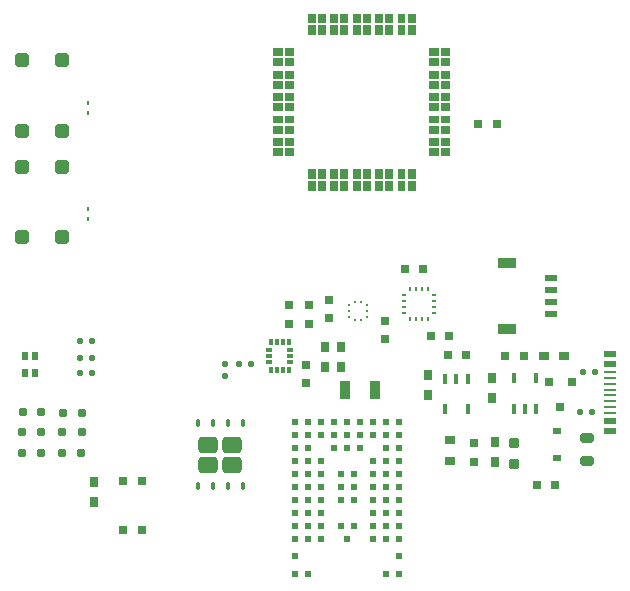
<source format=gbr>
%TF.GenerationSoftware,KiCad,Pcbnew,9.0.0-rc1*%
%TF.CreationDate,2025-02-03T21:42:01-06:00*%
%TF.ProjectId,tempo,74656d70-6f2e-46b6-9963-61645f706362,rev?*%
%TF.SameCoordinates,Original*%
%TF.FileFunction,Paste,Top*%
%TF.FilePolarity,Positive*%
%FSLAX46Y46*%
G04 Gerber Fmt 4.6, Leading zero omitted, Abs format (unit mm)*
G04 Created by KiCad (PCBNEW 9.0.0-rc1) date 2025-02-03 21:42:01*
%MOMM*%
%LPD*%
G01*
G04 APERTURE LIST*
G04 Aperture macros list*
%AMRoundRect*
0 Rectangle with rounded corners*
0 $1 Rounding radius*
0 $2 $3 $4 $5 $6 $7 $8 $9 X,Y pos of 4 corners*
0 Add a 4 corners polygon primitive as box body*
4,1,4,$2,$3,$4,$5,$6,$7,$8,$9,$2,$3,0*
0 Add four circle primitives for the rounded corners*
1,1,$1+$1,$2,$3*
1,1,$1+$1,$4,$5*
1,1,$1+$1,$6,$7*
1,1,$1+$1,$8,$9*
0 Add four rect primitives between the rounded corners*
20,1,$1+$1,$2,$3,$4,$5,0*
20,1,$1+$1,$4,$5,$6,$7,0*
20,1,$1+$1,$6,$7,$8,$9,0*
20,1,$1+$1,$8,$9,$2,$3,0*%
G04 Aperture macros list end*
%ADD10C,0.010000*%
%ADD11RoundRect,0.112000X-0.112000X-0.136000X0.112000X-0.136000X0.112000X0.136000X-0.112000X0.136000X0*%
%ADD12RoundRect,0.180000X0.180000X0.200000X-0.180000X0.200000X-0.180000X-0.200000X0.180000X-0.200000X0*%
%ADD13RoundRect,0.180000X-0.180000X-0.200000X0.180000X-0.200000X0.180000X0.200000X-0.180000X0.200000X0*%
%ADD14RoundRect,0.108000X0.108000X0.148000X-0.108000X0.148000X-0.108000X-0.148000X0.108000X-0.148000X0*%
%ADD15RoundRect,0.160000X0.160000X0.220000X-0.160000X0.220000X-0.160000X-0.220000X0.160000X-0.220000X0*%
%ADD16R,0.440000X0.960000*%
%ADD17RoundRect,0.250000X-0.555000X0.435000X-0.555000X-0.435000X0.555000X-0.435000X0.555000X0.435000X0*%
%ADD18RoundRect,0.100000X-0.100000X0.210000X-0.100000X-0.210000X0.100000X-0.210000X0.100000X0.210000X0*%
%ADD19R,1.080000X0.480000*%
%ADD20R,1.600000X0.960000*%
%ADD21R,0.664000X0.504000*%
%ADD22RoundRect,0.050000X-0.050000X0.094000X-0.050000X-0.094000X0.050000X-0.094000X0.050000X0.094000X0*%
%ADD23RoundRect,0.025830X0.117670X-0.237670X0.117670X0.237670X-0.117670X0.237670X-0.117670X-0.237670X0*%
%ADD24RoundRect,0.025830X0.237670X0.117670X-0.237670X0.117670X-0.237670X-0.117670X0.237670X-0.117670X0*%
%ADD25R,0.800000X0.880000*%
%ADD26RoundRect,0.180000X-0.200000X0.180000X-0.200000X-0.180000X0.200000X-0.180000X0.200000X0.180000X0*%
%ADD27R,0.880000X1.520000*%
%ADD28R,0.480000X0.480000*%
%ADD29RoundRect,0.180000X0.200000X-0.180000X0.200000X0.180000X-0.200000X0.180000X-0.200000X-0.180000X0*%
%ADD30R,1.000000X0.480000*%
%ADD31R,1.000000X0.240000*%
%ADD32RoundRect,0.108000X0.148000X-0.108000X0.148000X0.108000X-0.148000X0.108000X-0.148000X-0.108000X0*%
%ADD33R,0.960000X0.640000*%
%ADD34RoundRect,0.120000X-0.280000X-0.280000X0.280000X-0.280000X0.280000X0.280000X-0.280000X0.280000X0*%
%ADD35RoundRect,0.168000X0.392000X0.432000X-0.392000X0.432000X-0.392000X-0.432000X0.392000X-0.432000X0*%
%ADD36R,0.520000X0.680000*%
%ADD37RoundRect,0.175000X-0.175000X-0.205000X0.175000X-0.205000X0.175000X0.205000X-0.175000X0.205000X0*%
%ADD38R,0.880000X0.800000*%
%ADD39R,0.203200X0.223520*%
%ADD40R,0.223520X0.203200*%
%ADD41R,0.800000X0.720000*%
%ADD42RoundRect,0.195000X0.365000X-0.195000X0.365000X0.195000X-0.365000X0.195000X-0.365000X-0.195000X0*%
%ADD43R,0.640000X0.720000*%
%ADD44R,0.243840X0.365760*%
%ADD45R,0.365760X0.243840*%
G04 APERTURE END LIST*
D10*
%TO.C,U2*%
X149370000Y-74505000D02*
X148650000Y-74505000D01*
X148650000Y-73925000D01*
X149370000Y-73925000D01*
X149370000Y-74505000D01*
G36*
X149370000Y-74505000D02*
G01*
X148650000Y-74505000D01*
X148650000Y-73925000D01*
X149370000Y-73925000D01*
X149370000Y-74505000D01*
G37*
X149370000Y-75355000D02*
X148650000Y-75355000D01*
X148650000Y-74775000D01*
X149370000Y-74775000D01*
X149370000Y-75355000D01*
G36*
X149370000Y-75355000D02*
G01*
X148650000Y-75355000D01*
X148650000Y-74775000D01*
X149370000Y-74775000D01*
X149370000Y-75355000D01*
G37*
X149370000Y-76405000D02*
X148650000Y-76405000D01*
X148650000Y-75825000D01*
X149370000Y-75825000D01*
X149370000Y-76405000D01*
G36*
X149370000Y-76405000D02*
G01*
X148650000Y-76405000D01*
X148650000Y-75825000D01*
X149370000Y-75825000D01*
X149370000Y-76405000D01*
G37*
X149370000Y-77255000D02*
X148650000Y-77255000D01*
X148650000Y-76675000D01*
X149370000Y-76675000D01*
X149370000Y-77255000D01*
G36*
X149370000Y-77255000D02*
G01*
X148650000Y-77255000D01*
X148650000Y-76675000D01*
X149370000Y-76675000D01*
X149370000Y-77255000D01*
G37*
X149370000Y-78305000D02*
X148650000Y-78305000D01*
X148650000Y-77725000D01*
X149370000Y-77725000D01*
X149370000Y-78305000D01*
G36*
X149370000Y-78305000D02*
G01*
X148650000Y-78305000D01*
X148650000Y-77725000D01*
X149370000Y-77725000D01*
X149370000Y-78305000D01*
G37*
X149370000Y-79155000D02*
X148650000Y-79155000D01*
X148650000Y-78575000D01*
X149370000Y-78575000D01*
X149370000Y-79155000D01*
G36*
X149370000Y-79155000D02*
G01*
X148650000Y-79155000D01*
X148650000Y-78575000D01*
X149370000Y-78575000D01*
X149370000Y-79155000D01*
G37*
X149370000Y-80205000D02*
X148650000Y-80205000D01*
X148650000Y-79625000D01*
X149370000Y-79625000D01*
X149370000Y-80205000D01*
G36*
X149370000Y-80205000D02*
G01*
X148650000Y-80205000D01*
X148650000Y-79625000D01*
X149370000Y-79625000D01*
X149370000Y-80205000D01*
G37*
X149370000Y-81055000D02*
X148650000Y-81055000D01*
X148650000Y-80475000D01*
X149370000Y-80475000D01*
X149370000Y-81055000D01*
G36*
X149370000Y-81055000D02*
G01*
X148650000Y-81055000D01*
X148650000Y-80475000D01*
X149370000Y-80475000D01*
X149370000Y-81055000D01*
G37*
X149370000Y-82105000D02*
X148650000Y-82105000D01*
X148650000Y-81525000D01*
X149370000Y-81525000D01*
X149370000Y-82105000D01*
G36*
X149370000Y-82105000D02*
G01*
X148650000Y-82105000D01*
X148650000Y-81525000D01*
X149370000Y-81525000D01*
X149370000Y-82105000D01*
G37*
X149370000Y-82955000D02*
X148650000Y-82955000D01*
X148650000Y-82375000D01*
X149370000Y-82375000D01*
X149370000Y-82955000D01*
G36*
X149370000Y-82955000D02*
G01*
X148650000Y-82955000D01*
X148650000Y-82375000D01*
X149370000Y-82375000D01*
X149370000Y-82955000D01*
G37*
X150370000Y-74505000D02*
X149650000Y-74505000D01*
X149650000Y-73925000D01*
X150370000Y-73925000D01*
X150370000Y-74505000D01*
G36*
X150370000Y-74505000D02*
G01*
X149650000Y-74505000D01*
X149650000Y-73925000D01*
X150370000Y-73925000D01*
X150370000Y-74505000D01*
G37*
X150370000Y-75355000D02*
X149650000Y-75355000D01*
X149650000Y-74775000D01*
X150370000Y-74775000D01*
X150370000Y-75355000D01*
G36*
X150370000Y-75355000D02*
G01*
X149650000Y-75355000D01*
X149650000Y-74775000D01*
X150370000Y-74775000D01*
X150370000Y-75355000D01*
G37*
X150370000Y-76405000D02*
X149650000Y-76405000D01*
X149650000Y-75825000D01*
X150370000Y-75825000D01*
X150370000Y-76405000D01*
G36*
X150370000Y-76405000D02*
G01*
X149650000Y-76405000D01*
X149650000Y-75825000D01*
X150370000Y-75825000D01*
X150370000Y-76405000D01*
G37*
X150370000Y-77255000D02*
X149650000Y-77255000D01*
X149650000Y-76675000D01*
X150370000Y-76675000D01*
X150370000Y-77255000D01*
G36*
X150370000Y-77255000D02*
G01*
X149650000Y-77255000D01*
X149650000Y-76675000D01*
X150370000Y-76675000D01*
X150370000Y-77255000D01*
G37*
X150370000Y-78305000D02*
X149650000Y-78305000D01*
X149650000Y-77725000D01*
X150370000Y-77725000D01*
X150370000Y-78305000D01*
G36*
X150370000Y-78305000D02*
G01*
X149650000Y-78305000D01*
X149650000Y-77725000D01*
X150370000Y-77725000D01*
X150370000Y-78305000D01*
G37*
X150370000Y-79155000D02*
X149650000Y-79155000D01*
X149650000Y-78575000D01*
X150370000Y-78575000D01*
X150370000Y-79155000D01*
G36*
X150370000Y-79155000D02*
G01*
X149650000Y-79155000D01*
X149650000Y-78575000D01*
X150370000Y-78575000D01*
X150370000Y-79155000D01*
G37*
X150370000Y-80205000D02*
X149650000Y-80205000D01*
X149650000Y-79625000D01*
X150370000Y-79625000D01*
X150370000Y-80205000D01*
G36*
X150370000Y-80205000D02*
G01*
X149650000Y-80205000D01*
X149650000Y-79625000D01*
X150370000Y-79625000D01*
X150370000Y-80205000D01*
G37*
X150370000Y-81055000D02*
X149650000Y-81055000D01*
X149650000Y-80475000D01*
X150370000Y-80475000D01*
X150370000Y-81055000D01*
G36*
X150370000Y-81055000D02*
G01*
X149650000Y-81055000D01*
X149650000Y-80475000D01*
X150370000Y-80475000D01*
X150370000Y-81055000D01*
G37*
X150370000Y-82105000D02*
X149650000Y-82105000D01*
X149650000Y-81525000D01*
X150370000Y-81525000D01*
X150370000Y-82105000D01*
G36*
X150370000Y-82105000D02*
G01*
X149650000Y-82105000D01*
X149650000Y-81525000D01*
X150370000Y-81525000D01*
X150370000Y-82105000D01*
G37*
X150370000Y-82955000D02*
X149650000Y-82955000D01*
X149650000Y-82375000D01*
X150370000Y-82375000D01*
X150370000Y-82955000D01*
G36*
X150370000Y-82955000D02*
G01*
X149650000Y-82955000D01*
X149650000Y-82375000D01*
X150370000Y-82375000D01*
X150370000Y-82955000D01*
G37*
X152175000Y-71700000D02*
X151595000Y-71700000D01*
X151595000Y-70980000D01*
X152175000Y-70980000D01*
X152175000Y-71700000D01*
G36*
X152175000Y-71700000D02*
G01*
X151595000Y-71700000D01*
X151595000Y-70980000D01*
X152175000Y-70980000D01*
X152175000Y-71700000D01*
G37*
X152175000Y-72700000D02*
X151595000Y-72700000D01*
X151595000Y-71980000D01*
X152175000Y-71980000D01*
X152175000Y-72700000D01*
G36*
X152175000Y-72700000D02*
G01*
X151595000Y-72700000D01*
X151595000Y-71980000D01*
X152175000Y-71980000D01*
X152175000Y-72700000D01*
G37*
X152175000Y-84900000D02*
X151595000Y-84900000D01*
X151595000Y-84180000D01*
X152175000Y-84180000D01*
X152175000Y-84900000D01*
G36*
X152175000Y-84900000D02*
G01*
X151595000Y-84900000D01*
X151595000Y-84180000D01*
X152175000Y-84180000D01*
X152175000Y-84900000D01*
G37*
X152175000Y-85900000D02*
X151595000Y-85900000D01*
X151595000Y-85180000D01*
X152175000Y-85180000D01*
X152175000Y-85900000D01*
G36*
X152175000Y-85900000D02*
G01*
X151595000Y-85900000D01*
X151595000Y-85180000D01*
X152175000Y-85180000D01*
X152175000Y-85900000D01*
G37*
X153025000Y-71700000D02*
X152445000Y-71700000D01*
X152445000Y-70980000D01*
X153025000Y-70980000D01*
X153025000Y-71700000D01*
G36*
X153025000Y-71700000D02*
G01*
X152445000Y-71700000D01*
X152445000Y-70980000D01*
X153025000Y-70980000D01*
X153025000Y-71700000D01*
G37*
X153025000Y-72700000D02*
X152445000Y-72700000D01*
X152445000Y-71980000D01*
X153025000Y-71980000D01*
X153025000Y-72700000D01*
G36*
X153025000Y-72700000D02*
G01*
X152445000Y-72700000D01*
X152445000Y-71980000D01*
X153025000Y-71980000D01*
X153025000Y-72700000D01*
G37*
X153025000Y-84900000D02*
X152445000Y-84900000D01*
X152445000Y-84180000D01*
X153025000Y-84180000D01*
X153025000Y-84900000D01*
G36*
X153025000Y-84900000D02*
G01*
X152445000Y-84900000D01*
X152445000Y-84180000D01*
X153025000Y-84180000D01*
X153025000Y-84900000D01*
G37*
X153025000Y-85900000D02*
X152445000Y-85900000D01*
X152445000Y-85180000D01*
X153025000Y-85180000D01*
X153025000Y-85900000D01*
G36*
X153025000Y-85900000D02*
G01*
X152445000Y-85900000D01*
X152445000Y-85180000D01*
X153025000Y-85180000D01*
X153025000Y-85900000D01*
G37*
X154075000Y-71700000D02*
X153495000Y-71700000D01*
X153495000Y-70980000D01*
X154075000Y-70980000D01*
X154075000Y-71700000D01*
G36*
X154075000Y-71700000D02*
G01*
X153495000Y-71700000D01*
X153495000Y-70980000D01*
X154075000Y-70980000D01*
X154075000Y-71700000D01*
G37*
X154075000Y-72700000D02*
X153495000Y-72700000D01*
X153495000Y-71980000D01*
X154075000Y-71980000D01*
X154075000Y-72700000D01*
G36*
X154075000Y-72700000D02*
G01*
X153495000Y-72700000D01*
X153495000Y-71980000D01*
X154075000Y-71980000D01*
X154075000Y-72700000D01*
G37*
X154075000Y-84900000D02*
X153495000Y-84900000D01*
X153495000Y-84180000D01*
X154075000Y-84180000D01*
X154075000Y-84900000D01*
G36*
X154075000Y-84900000D02*
G01*
X153495000Y-84900000D01*
X153495000Y-84180000D01*
X154075000Y-84180000D01*
X154075000Y-84900000D01*
G37*
X154075000Y-85900000D02*
X153495000Y-85900000D01*
X153495000Y-85180000D01*
X154075000Y-85180000D01*
X154075000Y-85900000D01*
G36*
X154075000Y-85900000D02*
G01*
X153495000Y-85900000D01*
X153495000Y-85180000D01*
X154075000Y-85180000D01*
X154075000Y-85900000D01*
G37*
X154925000Y-71700000D02*
X154345000Y-71700000D01*
X154345000Y-70980000D01*
X154925000Y-70980000D01*
X154925000Y-71700000D01*
G36*
X154925000Y-71700000D02*
G01*
X154345000Y-71700000D01*
X154345000Y-70980000D01*
X154925000Y-70980000D01*
X154925000Y-71700000D01*
G37*
X154925000Y-72700000D02*
X154345000Y-72700000D01*
X154345000Y-71980000D01*
X154925000Y-71980000D01*
X154925000Y-72700000D01*
G36*
X154925000Y-72700000D02*
G01*
X154345000Y-72700000D01*
X154345000Y-71980000D01*
X154925000Y-71980000D01*
X154925000Y-72700000D01*
G37*
X154925000Y-84900000D02*
X154345000Y-84900000D01*
X154345000Y-84180000D01*
X154925000Y-84180000D01*
X154925000Y-84900000D01*
G36*
X154925000Y-84900000D02*
G01*
X154345000Y-84900000D01*
X154345000Y-84180000D01*
X154925000Y-84180000D01*
X154925000Y-84900000D01*
G37*
X154925000Y-85900000D02*
X154345000Y-85900000D01*
X154345000Y-85180000D01*
X154925000Y-85180000D01*
X154925000Y-85900000D01*
G36*
X154925000Y-85900000D02*
G01*
X154345000Y-85900000D01*
X154345000Y-85180000D01*
X154925000Y-85180000D01*
X154925000Y-85900000D01*
G37*
X155975000Y-71700000D02*
X155395000Y-71700000D01*
X155395000Y-70980000D01*
X155975000Y-70980000D01*
X155975000Y-71700000D01*
G36*
X155975000Y-71700000D02*
G01*
X155395000Y-71700000D01*
X155395000Y-70980000D01*
X155975000Y-70980000D01*
X155975000Y-71700000D01*
G37*
X155975000Y-72700000D02*
X155395000Y-72700000D01*
X155395000Y-71980000D01*
X155975000Y-71980000D01*
X155975000Y-72700000D01*
G36*
X155975000Y-72700000D02*
G01*
X155395000Y-72700000D01*
X155395000Y-71980000D01*
X155975000Y-71980000D01*
X155975000Y-72700000D01*
G37*
X155975000Y-84900000D02*
X155395000Y-84900000D01*
X155395000Y-84180000D01*
X155975000Y-84180000D01*
X155975000Y-84900000D01*
G36*
X155975000Y-84900000D02*
G01*
X155395000Y-84900000D01*
X155395000Y-84180000D01*
X155975000Y-84180000D01*
X155975000Y-84900000D01*
G37*
X155975000Y-85900000D02*
X155395000Y-85900000D01*
X155395000Y-85180000D01*
X155975000Y-85180000D01*
X155975000Y-85900000D01*
G36*
X155975000Y-85900000D02*
G01*
X155395000Y-85900000D01*
X155395000Y-85180000D01*
X155975000Y-85180000D01*
X155975000Y-85900000D01*
G37*
X156825000Y-71700000D02*
X156245000Y-71700000D01*
X156245000Y-70980000D01*
X156825000Y-70980000D01*
X156825000Y-71700000D01*
G36*
X156825000Y-71700000D02*
G01*
X156245000Y-71700000D01*
X156245000Y-70980000D01*
X156825000Y-70980000D01*
X156825000Y-71700000D01*
G37*
X156825000Y-72700000D02*
X156245000Y-72700000D01*
X156245000Y-71980000D01*
X156825000Y-71980000D01*
X156825000Y-72700000D01*
G36*
X156825000Y-72700000D02*
G01*
X156245000Y-72700000D01*
X156245000Y-71980000D01*
X156825000Y-71980000D01*
X156825000Y-72700000D01*
G37*
X156825000Y-84900000D02*
X156245000Y-84900000D01*
X156245000Y-84180000D01*
X156825000Y-84180000D01*
X156825000Y-84900000D01*
G36*
X156825000Y-84900000D02*
G01*
X156245000Y-84900000D01*
X156245000Y-84180000D01*
X156825000Y-84180000D01*
X156825000Y-84900000D01*
G37*
X156825000Y-85900000D02*
X156245000Y-85900000D01*
X156245000Y-85180000D01*
X156825000Y-85180000D01*
X156825000Y-85900000D01*
G36*
X156825000Y-85900000D02*
G01*
X156245000Y-85900000D01*
X156245000Y-85180000D01*
X156825000Y-85180000D01*
X156825000Y-85900000D01*
G37*
X157875000Y-71700000D02*
X157295000Y-71700000D01*
X157295000Y-70980000D01*
X157875000Y-70980000D01*
X157875000Y-71700000D01*
G36*
X157875000Y-71700000D02*
G01*
X157295000Y-71700000D01*
X157295000Y-70980000D01*
X157875000Y-70980000D01*
X157875000Y-71700000D01*
G37*
X157875000Y-72700000D02*
X157295000Y-72700000D01*
X157295000Y-71980000D01*
X157875000Y-71980000D01*
X157875000Y-72700000D01*
G36*
X157875000Y-72700000D02*
G01*
X157295000Y-72700000D01*
X157295000Y-71980000D01*
X157875000Y-71980000D01*
X157875000Y-72700000D01*
G37*
X157875000Y-84900000D02*
X157295000Y-84900000D01*
X157295000Y-84180000D01*
X157875000Y-84180000D01*
X157875000Y-84900000D01*
G36*
X157875000Y-84900000D02*
G01*
X157295000Y-84900000D01*
X157295000Y-84180000D01*
X157875000Y-84180000D01*
X157875000Y-84900000D01*
G37*
X157875000Y-85900000D02*
X157295000Y-85900000D01*
X157295000Y-85180000D01*
X157875000Y-85180000D01*
X157875000Y-85900000D01*
G36*
X157875000Y-85900000D02*
G01*
X157295000Y-85900000D01*
X157295000Y-85180000D01*
X157875000Y-85180000D01*
X157875000Y-85900000D01*
G37*
X158725000Y-71700000D02*
X158145000Y-71700000D01*
X158145000Y-70980000D01*
X158725000Y-70980000D01*
X158725000Y-71700000D01*
G36*
X158725000Y-71700000D02*
G01*
X158145000Y-71700000D01*
X158145000Y-70980000D01*
X158725000Y-70980000D01*
X158725000Y-71700000D01*
G37*
X158725000Y-72700000D02*
X158145000Y-72700000D01*
X158145000Y-71980000D01*
X158725000Y-71980000D01*
X158725000Y-72700000D01*
G36*
X158725000Y-72700000D02*
G01*
X158145000Y-72700000D01*
X158145000Y-71980000D01*
X158725000Y-71980000D01*
X158725000Y-72700000D01*
G37*
X158725000Y-84900000D02*
X158145000Y-84900000D01*
X158145000Y-84180000D01*
X158725000Y-84180000D01*
X158725000Y-84900000D01*
G36*
X158725000Y-84900000D02*
G01*
X158145000Y-84900000D01*
X158145000Y-84180000D01*
X158725000Y-84180000D01*
X158725000Y-84900000D01*
G37*
X158725000Y-85900000D02*
X158145000Y-85900000D01*
X158145000Y-85180000D01*
X158725000Y-85180000D01*
X158725000Y-85900000D01*
G36*
X158725000Y-85900000D02*
G01*
X158145000Y-85900000D01*
X158145000Y-85180000D01*
X158725000Y-85180000D01*
X158725000Y-85900000D01*
G37*
X159775000Y-71700000D02*
X159195000Y-71700000D01*
X159195000Y-70980000D01*
X159775000Y-70980000D01*
X159775000Y-71700000D01*
G36*
X159775000Y-71700000D02*
G01*
X159195000Y-71700000D01*
X159195000Y-70980000D01*
X159775000Y-70980000D01*
X159775000Y-71700000D01*
G37*
X159775000Y-72700000D02*
X159195000Y-72700000D01*
X159195000Y-71980000D01*
X159775000Y-71980000D01*
X159775000Y-72700000D01*
G36*
X159775000Y-72700000D02*
G01*
X159195000Y-72700000D01*
X159195000Y-71980000D01*
X159775000Y-71980000D01*
X159775000Y-72700000D01*
G37*
X159775000Y-84900000D02*
X159195000Y-84900000D01*
X159195000Y-84180000D01*
X159775000Y-84180000D01*
X159775000Y-84900000D01*
G36*
X159775000Y-84900000D02*
G01*
X159195000Y-84900000D01*
X159195000Y-84180000D01*
X159775000Y-84180000D01*
X159775000Y-84900000D01*
G37*
X159775000Y-85900000D02*
X159195000Y-85900000D01*
X159195000Y-85180000D01*
X159775000Y-85180000D01*
X159775000Y-85900000D01*
G36*
X159775000Y-85900000D02*
G01*
X159195000Y-85900000D01*
X159195000Y-85180000D01*
X159775000Y-85180000D01*
X159775000Y-85900000D01*
G37*
X160625000Y-71700000D02*
X160045000Y-71700000D01*
X160045000Y-70980000D01*
X160625000Y-70980000D01*
X160625000Y-71700000D01*
G36*
X160625000Y-71700000D02*
G01*
X160045000Y-71700000D01*
X160045000Y-70980000D01*
X160625000Y-70980000D01*
X160625000Y-71700000D01*
G37*
X160625000Y-72700000D02*
X160045000Y-72700000D01*
X160045000Y-71980000D01*
X160625000Y-71980000D01*
X160625000Y-72700000D01*
G36*
X160625000Y-72700000D02*
G01*
X160045000Y-72700000D01*
X160045000Y-71980000D01*
X160625000Y-71980000D01*
X160625000Y-72700000D01*
G37*
X160625000Y-84900000D02*
X160045000Y-84900000D01*
X160045000Y-84180000D01*
X160625000Y-84180000D01*
X160625000Y-84900000D01*
G36*
X160625000Y-84900000D02*
G01*
X160045000Y-84900000D01*
X160045000Y-84180000D01*
X160625000Y-84180000D01*
X160625000Y-84900000D01*
G37*
X160625000Y-85900000D02*
X160045000Y-85900000D01*
X160045000Y-85180000D01*
X160625000Y-85180000D01*
X160625000Y-85900000D01*
G36*
X160625000Y-85900000D02*
G01*
X160045000Y-85900000D01*
X160045000Y-85180000D01*
X160625000Y-85180000D01*
X160625000Y-85900000D01*
G37*
X162570000Y-74505000D02*
X161850000Y-74505000D01*
X161850000Y-73925000D01*
X162570000Y-73925000D01*
X162570000Y-74505000D01*
G36*
X162570000Y-74505000D02*
G01*
X161850000Y-74505000D01*
X161850000Y-73925000D01*
X162570000Y-73925000D01*
X162570000Y-74505000D01*
G37*
X162570000Y-75355000D02*
X161850000Y-75355000D01*
X161850000Y-74775000D01*
X162570000Y-74775000D01*
X162570000Y-75355000D01*
G36*
X162570000Y-75355000D02*
G01*
X161850000Y-75355000D01*
X161850000Y-74775000D01*
X162570000Y-74775000D01*
X162570000Y-75355000D01*
G37*
X162570000Y-76405000D02*
X161850000Y-76405000D01*
X161850000Y-75825000D01*
X162570000Y-75825000D01*
X162570000Y-76405000D01*
G36*
X162570000Y-76405000D02*
G01*
X161850000Y-76405000D01*
X161850000Y-75825000D01*
X162570000Y-75825000D01*
X162570000Y-76405000D01*
G37*
X162570000Y-77255000D02*
X161850000Y-77255000D01*
X161850000Y-76675000D01*
X162570000Y-76675000D01*
X162570000Y-77255000D01*
G36*
X162570000Y-77255000D02*
G01*
X161850000Y-77255000D01*
X161850000Y-76675000D01*
X162570000Y-76675000D01*
X162570000Y-77255000D01*
G37*
X162570000Y-78305000D02*
X161850000Y-78305000D01*
X161850000Y-77725000D01*
X162570000Y-77725000D01*
X162570000Y-78305000D01*
G36*
X162570000Y-78305000D02*
G01*
X161850000Y-78305000D01*
X161850000Y-77725000D01*
X162570000Y-77725000D01*
X162570000Y-78305000D01*
G37*
X162570000Y-79155000D02*
X161850000Y-79155000D01*
X161850000Y-78575000D01*
X162570000Y-78575000D01*
X162570000Y-79155000D01*
G36*
X162570000Y-79155000D02*
G01*
X161850000Y-79155000D01*
X161850000Y-78575000D01*
X162570000Y-78575000D01*
X162570000Y-79155000D01*
G37*
X162570000Y-80205000D02*
X161850000Y-80205000D01*
X161850000Y-79625000D01*
X162570000Y-79625000D01*
X162570000Y-80205000D01*
G36*
X162570000Y-80205000D02*
G01*
X161850000Y-80205000D01*
X161850000Y-79625000D01*
X162570000Y-79625000D01*
X162570000Y-80205000D01*
G37*
X162570000Y-81055000D02*
X161850000Y-81055000D01*
X161850000Y-80475000D01*
X162570000Y-80475000D01*
X162570000Y-81055000D01*
G36*
X162570000Y-81055000D02*
G01*
X161850000Y-81055000D01*
X161850000Y-80475000D01*
X162570000Y-80475000D01*
X162570000Y-81055000D01*
G37*
X162570000Y-82105000D02*
X161850000Y-82105000D01*
X161850000Y-81525000D01*
X162570000Y-81525000D01*
X162570000Y-82105000D01*
G36*
X162570000Y-82105000D02*
G01*
X161850000Y-82105000D01*
X161850000Y-81525000D01*
X162570000Y-81525000D01*
X162570000Y-82105000D01*
G37*
X162570000Y-82955000D02*
X161850000Y-82955000D01*
X161850000Y-82375000D01*
X162570000Y-82375000D01*
X162570000Y-82955000D01*
G36*
X162570000Y-82955000D02*
G01*
X161850000Y-82955000D01*
X161850000Y-82375000D01*
X162570000Y-82375000D01*
X162570000Y-82955000D01*
G37*
X163570000Y-74505000D02*
X162850000Y-74505000D01*
X162850000Y-73925000D01*
X163570000Y-73925000D01*
X163570000Y-74505000D01*
G36*
X163570000Y-74505000D02*
G01*
X162850000Y-74505000D01*
X162850000Y-73925000D01*
X163570000Y-73925000D01*
X163570000Y-74505000D01*
G37*
X163570000Y-75355000D02*
X162850000Y-75355000D01*
X162850000Y-74775000D01*
X163570000Y-74775000D01*
X163570000Y-75355000D01*
G36*
X163570000Y-75355000D02*
G01*
X162850000Y-75355000D01*
X162850000Y-74775000D01*
X163570000Y-74775000D01*
X163570000Y-75355000D01*
G37*
X163570000Y-76405000D02*
X162850000Y-76405000D01*
X162850000Y-75825000D01*
X163570000Y-75825000D01*
X163570000Y-76405000D01*
G36*
X163570000Y-76405000D02*
G01*
X162850000Y-76405000D01*
X162850000Y-75825000D01*
X163570000Y-75825000D01*
X163570000Y-76405000D01*
G37*
X163570000Y-77255000D02*
X162850000Y-77255000D01*
X162850000Y-76675000D01*
X163570000Y-76675000D01*
X163570000Y-77255000D01*
G36*
X163570000Y-77255000D02*
G01*
X162850000Y-77255000D01*
X162850000Y-76675000D01*
X163570000Y-76675000D01*
X163570000Y-77255000D01*
G37*
X163570000Y-78305000D02*
X162850000Y-78305000D01*
X162850000Y-77725000D01*
X163570000Y-77725000D01*
X163570000Y-78305000D01*
G36*
X163570000Y-78305000D02*
G01*
X162850000Y-78305000D01*
X162850000Y-77725000D01*
X163570000Y-77725000D01*
X163570000Y-78305000D01*
G37*
X163570000Y-79155000D02*
X162850000Y-79155000D01*
X162850000Y-78575000D01*
X163570000Y-78575000D01*
X163570000Y-79155000D01*
G36*
X163570000Y-79155000D02*
G01*
X162850000Y-79155000D01*
X162850000Y-78575000D01*
X163570000Y-78575000D01*
X163570000Y-79155000D01*
G37*
X163570000Y-80205000D02*
X162850000Y-80205000D01*
X162850000Y-79625000D01*
X163570000Y-79625000D01*
X163570000Y-80205000D01*
G36*
X163570000Y-80205000D02*
G01*
X162850000Y-80205000D01*
X162850000Y-79625000D01*
X163570000Y-79625000D01*
X163570000Y-80205000D01*
G37*
X163570000Y-81055000D02*
X162850000Y-81055000D01*
X162850000Y-80475000D01*
X163570000Y-80475000D01*
X163570000Y-81055000D01*
G36*
X163570000Y-81055000D02*
G01*
X162850000Y-81055000D01*
X162850000Y-80475000D01*
X163570000Y-80475000D01*
X163570000Y-81055000D01*
G37*
X163570000Y-82105000D02*
X162850000Y-82105000D01*
X162850000Y-81525000D01*
X163570000Y-81525000D01*
X163570000Y-82105000D01*
G36*
X163570000Y-82105000D02*
G01*
X162850000Y-82105000D01*
X162850000Y-81525000D01*
X163570000Y-81525000D01*
X163570000Y-82105000D01*
G37*
X163570000Y-82955000D02*
X162850000Y-82955000D01*
X162850000Y-82375000D01*
X163570000Y-82375000D01*
X163570000Y-82955000D01*
G36*
X163570000Y-82955000D02*
G01*
X162850000Y-82955000D01*
X162850000Y-82375000D01*
X163570000Y-82375000D01*
X163570000Y-82955000D01*
G37*
%TD*%
D11*
%TO.C,C9*%
X145780000Y-100640000D03*
X146740000Y-100640000D03*
%TD*%
D12*
%TO.C,C8*%
X161335000Y-92639999D03*
X159785000Y-92639999D03*
%TD*%
D13*
%TO.C,C15*%
X170980000Y-110940000D03*
X172530000Y-110940000D03*
%TD*%
D12*
%TO.C,C10*%
X164970000Y-99880000D03*
X163420000Y-99880000D03*
%TD*%
D14*
%TO.C,R2*%
X175870000Y-101340000D03*
X174850000Y-101340000D03*
%TD*%
D15*
%TO.C,R9*%
X132460000Y-106440000D03*
X130810000Y-106440000D03*
%TD*%
D16*
%TO.C,U6*%
X165120000Y-101904900D03*
X164170000Y-101904900D03*
X163220000Y-101904900D03*
X163220000Y-104505100D03*
X165120000Y-104505100D03*
%TD*%
D15*
%TO.C,R5*%
X132510000Y-104780000D03*
X130860000Y-104780000D03*
%TD*%
D17*
%TO.C,U5*%
X145172500Y-107490000D03*
X143172500Y-107490000D03*
X145172500Y-109190000D03*
X143172500Y-109190000D03*
D18*
X146077500Y-105677500D03*
X144807500Y-105677500D03*
X143537500Y-105677500D03*
X142267500Y-105677500D03*
X142267500Y-111002500D03*
X143537500Y-111002500D03*
X144807500Y-111002500D03*
X146077500Y-111002500D03*
%TD*%
D19*
%TO.C,J4*%
X172160000Y-93390000D03*
X172160000Y-94390000D03*
X172160000Y-95390000D03*
X172160000Y-96390000D03*
D20*
X168485000Y-97690000D03*
X168485000Y-92090000D03*
%TD*%
D21*
%TO.C,D5*%
X172670000Y-108630000D03*
X172670000Y-106330000D03*
%TD*%
D13*
%TO.C,C2*%
X166035000Y-80340000D03*
X167585000Y-80340000D03*
%TD*%
D22*
%TO.C,D2*%
X132960000Y-79410000D03*
X132960000Y-78570000D03*
%TD*%
D23*
%TO.C,U4*%
X148460000Y-101155000D03*
X148960000Y-101155000D03*
X149460000Y-101155000D03*
X149960000Y-101155000D03*
D24*
X148290000Y-100490000D03*
X150120000Y-100490000D03*
X148290000Y-99990000D03*
X150120000Y-99990000D03*
X148290000Y-99490000D03*
X150120000Y-99490000D03*
D23*
X148460000Y-98830000D03*
X148960000Y-98830000D03*
X149460000Y-98830000D03*
X149960000Y-98830000D03*
%TD*%
D25*
%TO.C,R13*%
X161745000Y-103280000D03*
X161745000Y-101580000D03*
%TD*%
%TO.C,R15*%
X167420000Y-107280000D03*
X167420000Y-108980000D03*
%TD*%
D26*
%TO.C,C11*%
X165670000Y-107380000D03*
X165670000Y-108930000D03*
%TD*%
D27*
%TO.C,Y1*%
X154760000Y-102840000D03*
X157260000Y-102840000D03*
%TD*%
D25*
%TO.C,R4*%
X154410000Y-100940000D03*
X154410000Y-99240000D03*
%TD*%
D14*
%TO.C,R8*%
X133305000Y-101430000D03*
X132285000Y-101430000D03*
%TD*%
D28*
%TO.C,U7*%
X150510000Y-105540000D03*
X151610000Y-105540000D03*
X152710000Y-105540000D03*
X153810000Y-105540000D03*
X154910000Y-105540000D03*
X156010000Y-105540000D03*
X157110000Y-105540000D03*
X158210000Y-105540000D03*
X159310000Y-105540000D03*
X150510000Y-106640000D03*
X151610000Y-106640000D03*
X152710000Y-106640000D03*
X153810000Y-106640000D03*
X154910000Y-106640000D03*
X156010000Y-106640000D03*
X157110000Y-106640000D03*
X158210000Y-106640000D03*
X159310000Y-106640000D03*
X150510000Y-107740000D03*
X151610000Y-107740000D03*
X153810000Y-107740000D03*
X154910000Y-107740000D03*
X156010000Y-107740000D03*
X158210000Y-107740000D03*
X159310000Y-107740000D03*
X150510000Y-108840000D03*
X151610000Y-108840000D03*
X152710000Y-108840000D03*
X157110000Y-108840000D03*
X158210000Y-108840000D03*
X159310000Y-108840000D03*
X150510000Y-109940000D03*
X151610000Y-109940000D03*
X152710000Y-109940000D03*
X154360000Y-109940000D03*
X155460000Y-109940000D03*
X157110000Y-109940000D03*
X158210000Y-109940000D03*
X159310000Y-109940000D03*
X150510000Y-111040000D03*
X151610000Y-111040000D03*
X152710000Y-111040000D03*
X154360000Y-111040000D03*
X155460000Y-111040000D03*
X157110000Y-111040000D03*
X158210000Y-111040000D03*
X159310000Y-111040000D03*
X150510000Y-112140000D03*
X151610000Y-112140000D03*
X152710000Y-112140000D03*
X154360000Y-112140000D03*
X155460000Y-112140000D03*
X157110000Y-112140000D03*
X158210000Y-112140000D03*
X159310000Y-112140000D03*
X150510000Y-113240000D03*
X151610000Y-113240000D03*
X152710000Y-113240000D03*
X157110000Y-113240000D03*
X158210000Y-113240000D03*
X159310000Y-113240000D03*
X150510000Y-114340000D03*
X151610000Y-114340000D03*
X152710000Y-114340000D03*
X154360000Y-114340000D03*
X155460000Y-114340000D03*
X157110000Y-114340000D03*
X158210000Y-114340000D03*
X159310000Y-114340000D03*
X150510000Y-115440000D03*
X151610000Y-115440000D03*
X152710000Y-115440000D03*
X154910000Y-115440000D03*
X157110000Y-115440000D03*
X158210000Y-115440000D03*
X159310000Y-115440000D03*
X150510000Y-116940000D03*
X159310000Y-116940000D03*
X150510000Y-118440000D03*
X151610000Y-118440000D03*
X158210000Y-118440000D03*
X159310000Y-118440000D03*
%TD*%
D25*
%TO.C,R14*%
X133460000Y-112340000D03*
X133460000Y-110640000D03*
%TD*%
D29*
%TO.C,C3*%
X153409300Y-96765126D03*
X153409300Y-95215126D03*
%TD*%
%TO.C,C7*%
X151710000Y-97230000D03*
X151710000Y-95680000D03*
%TD*%
D13*
%TO.C,C4*%
X161990000Y-98289999D03*
X163540000Y-98289999D03*
%TD*%
D30*
%TO.C,J2*%
X177155000Y-106315000D03*
X177155000Y-105515000D03*
D31*
X177155000Y-104315000D03*
X177155000Y-103315000D03*
X177155000Y-102815000D03*
X177155000Y-101815000D03*
D30*
X177155000Y-100615000D03*
X177155000Y-99815000D03*
X177155000Y-99815000D03*
X177155000Y-100615000D03*
D31*
X177155000Y-101315000D03*
X177155000Y-102315000D03*
X177155000Y-103815000D03*
X177155000Y-104815000D03*
D30*
X177155000Y-105515000D03*
X177155000Y-106315000D03*
%TD*%
D25*
%TO.C,R16*%
X167145000Y-101805000D03*
X167145000Y-103505000D03*
%TD*%
D32*
%TO.C,R12*%
X144540000Y-101640000D03*
X144540000Y-100620000D03*
%TD*%
D33*
%TO.C,C13*%
X163610000Y-107090000D03*
X163610000Y-108890000D03*
%TD*%
D34*
%TO.C,LED4*%
X169020000Y-109132000D03*
X169020000Y-107378000D03*
%TD*%
D35*
%TO.C,SW3*%
X130760000Y-80890000D03*
X127360000Y-80890000D03*
X130760000Y-74890000D03*
X127360000Y-74890000D03*
%TD*%
D26*
%TO.C,C6*%
X151460000Y-100715000D03*
X151460000Y-102265000D03*
%TD*%
D22*
%TO.C,D1*%
X133010000Y-88360000D03*
X133010000Y-87520000D03*
%TD*%
D36*
%TO.C,RGB1*%
X127620000Y-99955000D03*
X128470000Y-99955000D03*
X128470000Y-101405000D03*
X127620000Y-101405000D03*
%TD*%
D14*
%TO.C,R7*%
X133315000Y-100180000D03*
X132295000Y-100180000D03*
%TD*%
D12*
%TO.C,C12*%
X169870000Y-99980000D03*
X168320000Y-99980000D03*
%TD*%
D37*
%TO.C,LED3*%
X127417500Y-108150000D03*
X128992500Y-108150000D03*
%TD*%
D38*
%TO.C,R11*%
X173320000Y-99980000D03*
X171620000Y-99980000D03*
%TD*%
D39*
%TO.C,U1*%
X155559237Y-96939426D03*
X156059363Y-96939426D03*
D40*
X156558600Y-96690252D03*
X156558600Y-96190126D03*
X156558600Y-95690000D03*
D39*
X156059363Y-95440826D03*
X155559237Y-95440826D03*
D40*
X155060000Y-95690000D03*
X155060000Y-96190126D03*
X155060000Y-96690252D03*
%TD*%
D37*
%TO.C,LED1*%
X127437500Y-104740000D03*
X129012500Y-104740000D03*
%TD*%
D15*
%TO.C,R10*%
X132400000Y-108170000D03*
X130750000Y-108170000D03*
%TD*%
D16*
%TO.C,U8*%
X169045500Y-104455100D03*
X169995500Y-104455100D03*
X170945500Y-104455100D03*
X170945500Y-101854900D03*
X169045500Y-101854900D03*
%TD*%
D14*
%TO.C,R1*%
X175670000Y-104690000D03*
X174650000Y-104690000D03*
%TD*%
D41*
%TO.C,SW4*%
X135960000Y-114690000D03*
X135960000Y-110590000D03*
X137560000Y-114690000D03*
X137560000Y-110590000D03*
%TD*%
D35*
%TO.C,SW2*%
X130760000Y-89940000D03*
X127360000Y-89940000D03*
X130760000Y-83940000D03*
X127360000Y-83940000D03*
%TD*%
D42*
%TO.C,F1*%
X175210000Y-108827500D03*
X175210000Y-106952500D03*
%TD*%
D25*
%TO.C,R3*%
X153010000Y-100940000D03*
X153010000Y-99240000D03*
%TD*%
D29*
%TO.C,C1*%
X158110000Y-98565000D03*
X158110000Y-97015000D03*
%TD*%
D43*
%TO.C,Q1*%
X173930000Y-102180000D03*
X172030000Y-102180000D03*
X172980000Y-104280000D03*
%TD*%
D37*
%TO.C,LED2*%
X127417500Y-106450000D03*
X128992500Y-106450000D03*
%TD*%
D14*
%TO.C,R6*%
X133305000Y-98730000D03*
X132285000Y-98730000D03*
%TD*%
D29*
%TO.C,C5*%
X149980000Y-97230000D03*
X149980000Y-95680000D03*
%TD*%
D44*
%TO.C,U3*%
X160259999Y-96820798D03*
X160760000Y-96820798D03*
X161260000Y-96820798D03*
X161760001Y-96820798D03*
D45*
X162284999Y-96295800D03*
X162284999Y-95795799D03*
X162284999Y-95295799D03*
X162284999Y-94795798D03*
D44*
X161760001Y-94270800D03*
X161260000Y-94270800D03*
X160760000Y-94270800D03*
X160259999Y-94270800D03*
D45*
X159735001Y-94795798D03*
X159735001Y-95295799D03*
X159735001Y-95795799D03*
X159735001Y-96295800D03*
%TD*%
M02*

</source>
